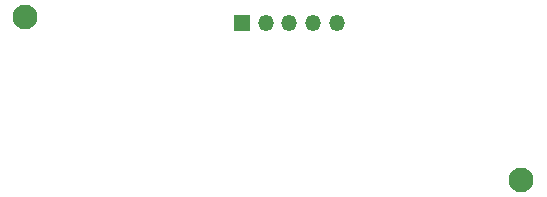
<source format=gbr>
%TF.GenerationSoftware,KiCad,Pcbnew,(5.1.10-1-10_14)*%
%TF.CreationDate,2021-06-08T22:52:33-04:00*%
%TF.ProjectId,TR109-lightboard,54523130-392d-46c6-9967-6874626f6172,rev?*%
%TF.SameCoordinates,Original*%
%TF.FileFunction,Soldermask,Bot*%
%TF.FilePolarity,Negative*%
%FSLAX46Y46*%
G04 Gerber Fmt 4.6, Leading zero omitted, Abs format (unit mm)*
G04 Created by KiCad (PCBNEW (5.1.10-1-10_14)) date 2021-06-08 22:52:33*
%MOMM*%
%LPD*%
G01*
G04 APERTURE LIST*
%ADD10C,2.100000*%
%ADD11O,1.350000X1.350000*%
%ADD12R,1.350000X1.350000*%
G04 APERTURE END LIST*
D10*
%TO.C,REF\u002A\u002A*%
X169030000Y-108570000D03*
%TD*%
%TO.C,REF\u002A\u002A*%
X127040000Y-94780000D03*
%TD*%
D11*
%TO.C,J1*%
X153396704Y-95313500D03*
X151396704Y-95313500D03*
X149396704Y-95313500D03*
X147396704Y-95313500D03*
D12*
X145396704Y-95313500D03*
%TD*%
M02*

</source>
